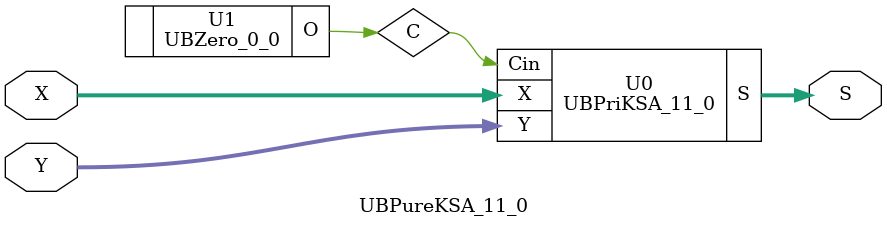
<source format=v>
/*----------------------------------------------------------------------------
  Copyright (c) 2021 Homma laboratory. All rights reserved.

  Top module: UBKSA_7_0_11_0

  Operand-1 length: 8
  Operand-2 length: 12
  Two-operand addition algorithm: Kogge-Stone adder
----------------------------------------------------------------------------*/

module UB1DCON_0(O, I);
  output O;
  input I;
  assign O = I;
endmodule

module UB1DCON_1(O, I);
  output O;
  input I;
  assign O = I;
endmodule

module UB1DCON_2(O, I);
  output O;
  input I;
  assign O = I;
endmodule

module UB1DCON_3(O, I);
  output O;
  input I;
  assign O = I;
endmodule

module UB1DCON_4(O, I);
  output O;
  input I;
  assign O = I;
endmodule

module UB1DCON_5(O, I);
  output O;
  input I;
  assign O = I;
endmodule

module UB1DCON_6(O, I);
  output O;
  input I;
  assign O = I;
endmodule

module UB1DCON_7(O, I);
  output O;
  input I;
  assign O = I;
endmodule

module UBZero_11_8(O);
  output [11:8] O;
  assign O[8] = 0;
  assign O[9] = 0;
  assign O[10] = 0;
  assign O[11] = 0;
endmodule

module GPGenerator(Go, Po, A, B);
  output Go;
  output Po;
  input A;
  input B;
  assign Go = A & B;
  assign Po = A ^ B;
endmodule

module CarryOperator(Go, Po, Gi1, Pi1, Gi2, Pi2);
  output Go;
  output Po;
  input Gi1;
  input Gi2;
  input Pi1;
  input Pi2;
  assign Go = Gi1 | ( Gi2 & Pi1 );
  assign Po = Pi1 & Pi2;
endmodule

module UBPriKSA_11_0(S, X, Y, Cin);
  output [12:0] S;
  input Cin;
  input [11:0] X;
  input [11:0] Y;
  wire [11:0] G0;
  wire [11:0] G1;
  wire [11:0] G2;
  wire [11:0] G3;
  wire [11:0] G4;
  wire [11:0] P0;
  wire [11:0] P1;
  wire [11:0] P2;
  wire [11:0] P3;
  wire [11:0] P4;
  assign P1[0] = P0[0];
  assign G1[0] = G0[0];
  assign P2[0] = P1[0];
  assign G2[0] = G1[0];
  assign P2[1] = P1[1];
  assign G2[1] = G1[1];
  assign P3[0] = P2[0];
  assign G3[0] = G2[0];
  assign P3[1] = P2[1];
  assign G3[1] = G2[1];
  assign P3[2] = P2[2];
  assign G3[2] = G2[2];
  assign P3[3] = P2[3];
  assign G3[3] = G2[3];
  assign P4[0] = P3[0];
  assign G4[0] = G3[0];
  assign P4[1] = P3[1];
  assign G4[1] = G3[1];
  assign P4[2] = P3[2];
  assign G4[2] = G3[2];
  assign P4[3] = P3[3];
  assign G4[3] = G3[3];
  assign P4[4] = P3[4];
  assign G4[4] = G3[4];
  assign P4[5] = P3[5];
  assign G4[5] = G3[5];
  assign P4[6] = P3[6];
  assign G4[6] = G3[6];
  assign P4[7] = P3[7];
  assign G4[7] = G3[7];
  assign S[0] = Cin ^ P0[0];
  assign S[1] = ( G4[0] | ( P4[0] & Cin ) ) ^ P0[1];
  assign S[2] = ( G4[1] | ( P4[1] & Cin ) ) ^ P0[2];
  assign S[3] = ( G4[2] | ( P4[2] & Cin ) ) ^ P0[3];
  assign S[4] = ( G4[3] | ( P4[3] & Cin ) ) ^ P0[4];
  assign S[5] = ( G4[4] | ( P4[4] & Cin ) ) ^ P0[5];
  assign S[6] = ( G4[5] | ( P4[5] & Cin ) ) ^ P0[6];
  assign S[7] = ( G4[6] | ( P4[6] & Cin ) ) ^ P0[7];
  assign S[8] = ( G4[7] | ( P4[7] & Cin ) ) ^ P0[8];
  assign S[9] = ( G4[8] | ( P4[8] & Cin ) ) ^ P0[9];
  assign S[10] = ( G4[9] | ( P4[9] & Cin ) ) ^ P0[10];
  assign S[11] = ( G4[10] | ( P4[10] & Cin ) ) ^ P0[11];
  assign S[12] = G4[11] | ( P4[11] & Cin );
  GPGenerator U0 (G0[0], P0[0], X[0], Y[0]);
  GPGenerator U1 (G0[1], P0[1], X[1], Y[1]);
  GPGenerator U2 (G0[2], P0[2], X[2], Y[2]);
  GPGenerator U3 (G0[3], P0[3], X[3], Y[3]);
  GPGenerator U4 (G0[4], P0[4], X[4], Y[4]);
  GPGenerator U5 (G0[5], P0[5], X[5], Y[5]);
  GPGenerator U6 (G0[6], P0[6], X[6], Y[6]);
  GPGenerator U7 (G0[7], P0[7], X[7], Y[7]);
  GPGenerator U8 (G0[8], P0[8], X[8], Y[8]);
  GPGenerator U9 (G0[9], P0[9], X[9], Y[9]);
  GPGenerator U10 (G0[10], P0[10], X[10], Y[10]);
  GPGenerator U11 (G0[11], P0[11], X[11], Y[11]);
  CarryOperator U12 (G1[1], P1[1], G0[1], P0[1], G0[0], P0[0]);
  CarryOperator U13 (G1[2], P1[2], G0[2], P0[2], G0[1], P0[1]);
  CarryOperator U14 (G1[3], P1[3], G0[3], P0[3], G0[2], P0[2]);
  CarryOperator U15 (G1[4], P1[4], G0[4], P0[4], G0[3], P0[3]);
  CarryOperator U16 (G1[5], P1[5], G0[5], P0[5], G0[4], P0[4]);
  CarryOperator U17 (G1[6], P1[6], G0[6], P0[6], G0[5], P0[5]);
  CarryOperator U18 (G1[7], P1[7], G0[7], P0[7], G0[6], P0[6]);
  CarryOperator U19 (G1[8], P1[8], G0[8], P0[8], G0[7], P0[7]);
  CarryOperator U20 (G1[9], P1[9], G0[9], P0[9], G0[8], P0[8]);
  CarryOperator U21 (G1[10], P1[10], G0[10], P0[10], G0[9], P0[9]);
  CarryOperator U22 (G1[11], P1[11], G0[11], P0[11], G0[10], P0[10]);
  CarryOperator U23 (G2[2], P2[2], G1[2], P1[2], G1[0], P1[0]);
  CarryOperator U24 (G2[3], P2[3], G1[3], P1[3], G1[1], P1[1]);
  CarryOperator U25 (G2[4], P2[4], G1[4], P1[4], G1[2], P1[2]);
  CarryOperator U26 (G2[5], P2[5], G1[5], P1[5], G1[3], P1[3]);
  CarryOperator U27 (G2[6], P2[6], G1[6], P1[6], G1[4], P1[4]);
  CarryOperator U28 (G2[7], P2[7], G1[7], P1[7], G1[5], P1[5]);
  CarryOperator U29 (G2[8], P2[8], G1[8], P1[8], G1[6], P1[6]);
  CarryOperator U30 (G2[9], P2[9], G1[9], P1[9], G1[7], P1[7]);
  CarryOperator U31 (G2[10], P2[10], G1[10], P1[10], G1[8], P1[8]);
  CarryOperator U32 (G2[11], P2[11], G1[11], P1[11], G1[9], P1[9]);
  CarryOperator U33 (G3[4], P3[4], G2[4], P2[4], G2[0], P2[0]);
  CarryOperator U34 (G3[5], P3[5], G2[5], P2[5], G2[1], P2[1]);
  CarryOperator U35 (G3[6], P3[6], G2[6], P2[6], G2[2], P2[2]);
  CarryOperator U36 (G3[7], P3[7], G2[7], P2[7], G2[3], P2[3]);
  CarryOperator U37 (G3[8], P3[8], G2[8], P2[8], G2[4], P2[4]);
  CarryOperator U38 (G3[9], P3[9], G2[9], P2[9], G2[5], P2[5]);
  CarryOperator U39 (G3[10], P3[10], G2[10], P2[10], G2[6], P2[6]);
  CarryOperator U40 (G3[11], P3[11], G2[11], P2[11], G2[7], P2[7]);
  CarryOperator U41 (G4[8], P4[8], G3[8], P3[8], G3[0], P3[0]);
  CarryOperator U42 (G4[9], P4[9], G3[9], P3[9], G3[1], P3[1]);
  CarryOperator U43 (G4[10], P4[10], G3[10], P3[10], G3[2], P3[2]);
  CarryOperator U44 (G4[11], P4[11], G3[11], P3[11], G3[3], P3[3]);
endmodule

module UBZero_0_0(O);
  output [0:0] O;
  assign O[0] = 0;
endmodule

module UBCON_7_0 (O, I);
  output [7:0] O;
  input [7:0] I;
  UB1DCON_0 U0 (O[0], I[0]);
  UB1DCON_1 U1 (O[1], I[1]);
  UB1DCON_2 U2 (O[2], I[2]);
  UB1DCON_3 U3 (O[3], I[3]);
  UB1DCON_4 U4 (O[4], I[4]);
  UB1DCON_5 U5 (O[5], I[5]);
  UB1DCON_6 U6 (O[6], I[6]);
  UB1DCON_7 U7 (O[7], I[7]);
endmodule

module UBExtender_7_0_11000 (O, I);
  output [11:0] O;
  input [7:0] I;
  UBCON_7_0 U0 (O[7:0], I[7:0]);
  UBZero_11_8 U1 (O[11:8]);
endmodule

module UBKSA_7_0_11_0 (S, X, Y);
  output [12:0] S;
  input [7:0] X;
  input [11:0] Y;
  wire [11:0] Z;
  UBExtender_7_0_11000 U0 (Z[11:0], X[7:0]);
  UBPureKSA_11_0 U1 (S[12:0], Z[11:0], Y[11:0]);
endmodule

module UBPureKSA_11_0 (S, X, Y);
  output [12:0] S;
  input [11:0] X;
  input [11:0] Y;
  wire C;
  UBPriKSA_11_0 U0 (S, X, Y, C);
  UBZero_0_0 U1 (C);
endmodule


</source>
